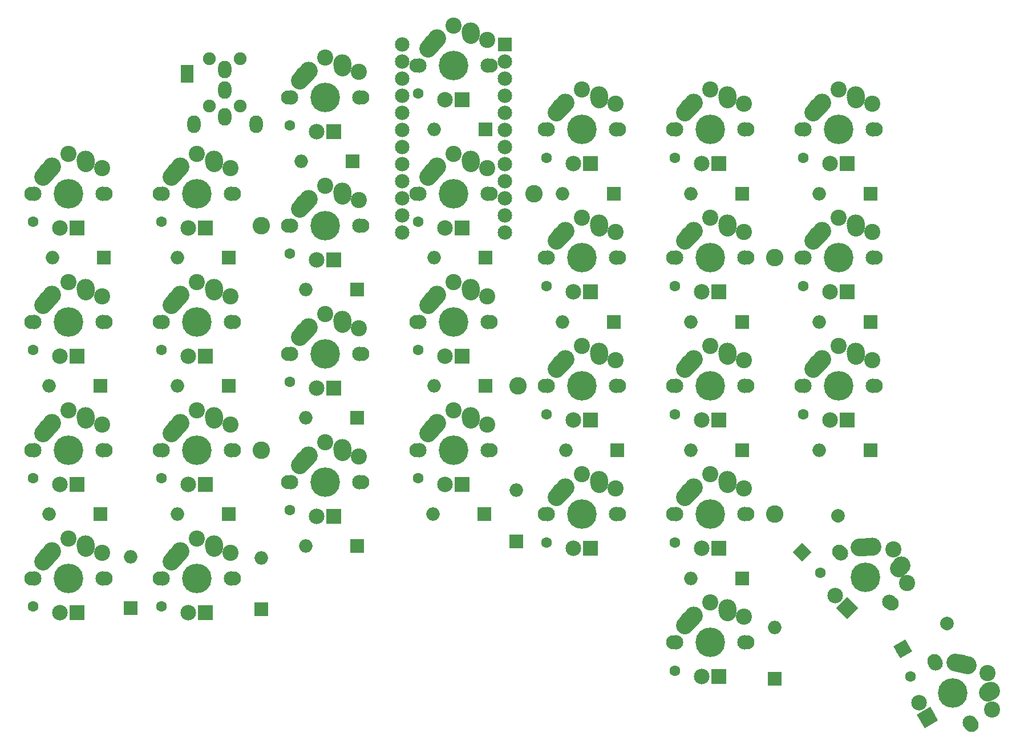
<source format=gbs>
G04 #@! TF.GenerationSoftware,KiCad,Pcbnew,(5.0.0)*
G04 #@! TF.CreationDate,2019-05-29T22:18:10-05:00*
G04 #@! TF.ProjectId,PCB,5043422E6B696361645F706362000000,rev?*
G04 #@! TF.SameCoordinates,Original*
G04 #@! TF.FileFunction,Soldermask,Bot*
G04 #@! TF.FilePolarity,Negative*
%FSLAX46Y46*%
G04 Gerber Fmt 4.6, Leading zero omitted, Abs format (unit mm)*
G04 Created by KiCad (PCBNEW (5.0.0)) date 05/29/19 22:18:10*
%MOMM*%
%LPD*%
G01*
G04 APERTURE LIST*
%ADD10C,2.650000*%
%ADD11C,2.650000*%
%ADD12C,4.387800*%
%ADD13C,2.150000*%
%ADD14C,2.400000*%
%ADD15C,2.100000*%
%ADD16C,1.600000*%
%ADD17C,2.305000*%
%ADD18R,2.305000X2.305000*%
%ADD19R,2.000000X2.000000*%
%ADD20O,2.000000X2.000000*%
%ADD21C,2.000000*%
%ADD22C,0.100000*%
%ADD23C,2.000000*%
%ADD24C,2.152600*%
%ADD25R,2.152600X2.152600*%
%ADD26O,2.000000X2.600000*%
%ADD27C,1.900000*%
%ADD28C,2.600000*%
%ADD29R,1.900000X1.400000*%
G04 APERTURE END LIST*
D10*
G04 #@! TO.C,K3*
X164444771Y-54741234D03*
D11*
X164425000Y-55031250D02*
X164464542Y-54451218D01*
D10*
X164465000Y-54451250D03*
X158769995Y-56261246D03*
D11*
X158115000Y-56991250D02*
X159424990Y-55531242D01*
D12*
X161925000Y-59531250D03*
D10*
X159425000Y-55531250D03*
D13*
X156845000Y-59531250D03*
X167005000Y-59531250D03*
D14*
X166925000Y-55731250D03*
X161925000Y-53631250D03*
D15*
X156425000Y-59531250D03*
X167425000Y-59531250D03*
D16*
X156705000Y-63731250D03*
D17*
X160655000Y-64611250D03*
D18*
X163195000Y-64611250D03*
G04 #@! TD*
G04 #@! TO.C,K2*
X144145000Y-78898750D03*
D17*
X141605000Y-78898750D03*
D16*
X137655000Y-78018750D03*
D15*
X148375000Y-73818750D03*
X137375000Y-73818750D03*
D14*
X142875000Y-67918750D03*
X147875000Y-70018750D03*
D13*
X147955000Y-73818750D03*
X137795000Y-73818750D03*
D10*
X140375000Y-69818750D03*
D12*
X142875000Y-73818750D03*
D10*
X139719995Y-70548746D03*
D11*
X139065000Y-71278750D02*
X140374990Y-69818742D01*
D10*
X145415000Y-68738750D03*
X145394771Y-69028734D03*
D11*
X145375000Y-69318750D02*
X145414542Y-68738718D01*
G04 #@! TD*
D19*
G04 #@! TO.C,D1*
X129063750Y-83343750D03*
D20*
X121443750Y-83343750D03*
G04 #@! TD*
G04 #@! TO.C,D2*
X140017500Y-83343750D03*
D19*
X147637500Y-83343750D03*
G04 #@! TD*
G04 #@! TO.C,D3*
X165998389Y-69056250D03*
D20*
X158378389Y-69056250D03*
G04 #@! TD*
G04 #@! TO.C,D4*
X178117500Y-64293750D03*
D19*
X185737500Y-64293750D03*
G04 #@! TD*
G04 #@! TO.C,D5*
X204787500Y-73818750D03*
D20*
X197167500Y-73818750D03*
G04 #@! TD*
G04 #@! TO.C,D6*
X216217500Y-73818750D03*
D19*
X223837500Y-73818750D03*
G04 #@! TD*
G04 #@! TO.C,D7*
X242887500Y-73818750D03*
D20*
X235267500Y-73818750D03*
G04 #@! TD*
G04 #@! TO.C,D8*
X120967500Y-102393750D03*
D19*
X128587500Y-102393750D03*
G04 #@! TD*
G04 #@! TO.C,D9*
X147637500Y-102393750D03*
D20*
X140017500Y-102393750D03*
G04 #@! TD*
G04 #@! TO.C,D10*
X159067500Y-88106250D03*
D19*
X166687500Y-88106250D03*
G04 #@! TD*
G04 #@! TO.C,D11*
X185737500Y-83343750D03*
D20*
X178117500Y-83343750D03*
G04 #@! TD*
G04 #@! TO.C,D12*
X197167500Y-92868750D03*
D19*
X204787500Y-92868750D03*
G04 #@! TD*
G04 #@! TO.C,D13*
X223837500Y-92868750D03*
D20*
X216217500Y-92868750D03*
G04 #@! TD*
G04 #@! TO.C,D14*
X235267500Y-92868750D03*
D19*
X242887500Y-92868750D03*
G04 #@! TD*
G04 #@! TO.C,D15*
X128587500Y-121443750D03*
D20*
X120967500Y-121443750D03*
G04 #@! TD*
G04 #@! TO.C,D16*
X140017500Y-121443750D03*
D19*
X147637500Y-121443750D03*
G04 #@! TD*
G04 #@! TO.C,D17*
X166687500Y-107156250D03*
D20*
X159067500Y-107156250D03*
G04 #@! TD*
G04 #@! TO.C,D18*
X178117500Y-102393750D03*
D19*
X185737500Y-102393750D03*
G04 #@! TD*
G04 #@! TO.C,D19*
X205263750Y-111918750D03*
D20*
X197643750Y-111918750D03*
G04 #@! TD*
G04 #@! TO.C,D20*
X216217500Y-111918750D03*
D19*
X223837500Y-111918750D03*
G04 #@! TD*
G04 #@! TO.C,D21*
X242887500Y-111918750D03*
D20*
X235267500Y-111918750D03*
G04 #@! TD*
G04 #@! TO.C,D22*
X133050000Y-127810000D03*
D19*
X133050000Y-135430000D03*
G04 #@! TD*
G04 #@! TO.C,D23*
X152420000Y-135550000D03*
D20*
X152420000Y-127930000D03*
G04 #@! TD*
D19*
G04 #@! TO.C,D24*
X166687500Y-126206250D03*
D20*
X159067500Y-126206250D03*
G04 #@! TD*
G04 #@! TO.C,D25*
X177918390Y-121443750D03*
D19*
X185538390Y-121443750D03*
G04 #@! TD*
G04 #@! TO.C,D26*
X190260000Y-125540000D03*
D20*
X190260000Y-117920000D03*
G04 #@! TD*
G04 #@! TO.C,D27*
X216217500Y-130968750D03*
D19*
X223837500Y-130968750D03*
G04 #@! TD*
D21*
G04 #@! TO.C,D28*
X232680000Y-127080000D03*
D22*
G36*
X232680000Y-128494214D02*
X231265786Y-127080000D01*
X232680000Y-125665786D01*
X234094214Y-127080000D01*
X232680000Y-128494214D01*
X232680000Y-128494214D01*
G37*
D21*
X238068154Y-121691846D03*
D23*
X238068154Y-121691846D02*
X238068154Y-121691846D01*
G04 #@! TD*
D20*
G04 #@! TO.C,D29*
X228600000Y-138280000D03*
D19*
X228600000Y-145900000D03*
G04 #@! TD*
D21*
G04 #@! TO.C,D30*
X254229114Y-137660000D03*
D23*
X254229114Y-137660000D02*
X254229114Y-137660000D01*
D21*
X247630000Y-141470000D03*
D22*
G36*
X247263975Y-142836025D02*
X246263975Y-141103975D01*
X247996025Y-140103975D01*
X248996025Y-141836025D01*
X247263975Y-142836025D01*
X247263975Y-142836025D01*
G37*
G04 #@! TD*
D18*
G04 #@! TO.C,K1*
X125095000Y-78898750D03*
D17*
X122555000Y-78898750D03*
D16*
X118605000Y-78018750D03*
D15*
X129325000Y-73818750D03*
X118325000Y-73818750D03*
D14*
X123825000Y-67918750D03*
X128825000Y-70018750D03*
D13*
X128905000Y-73818750D03*
X118745000Y-73818750D03*
D10*
X121325000Y-69818750D03*
D12*
X123825000Y-73818750D03*
D10*
X120669995Y-70548746D03*
D11*
X120015000Y-71278750D02*
X121324990Y-69818742D01*
D10*
X126365000Y-68738750D03*
X126344771Y-69028734D03*
D11*
X126325000Y-69318750D02*
X126364542Y-68738718D01*
G04 #@! TD*
D18*
G04 #@! TO.C,K4*
X182245000Y-59848750D03*
D17*
X179705000Y-59848750D03*
D16*
X175755000Y-58968750D03*
D15*
X186475000Y-54768750D03*
X175475000Y-54768750D03*
D14*
X180975000Y-48868750D03*
X185975000Y-50968750D03*
D13*
X186055000Y-54768750D03*
X175895000Y-54768750D03*
D10*
X178475000Y-50768750D03*
D12*
X180975000Y-54768750D03*
D10*
X177819995Y-51498746D03*
D11*
X177165000Y-52228750D02*
X178474990Y-50768742D01*
D10*
X183515000Y-49688750D03*
X183494771Y-49978734D03*
D11*
X183475000Y-50268750D02*
X183514542Y-49688718D01*
G04 #@! TD*
D10*
G04 #@! TO.C,K5*
X202544771Y-59503734D03*
D11*
X202525000Y-59793750D02*
X202564542Y-59213718D01*
D10*
X202565000Y-59213750D03*
X196869995Y-61023746D03*
D11*
X196215000Y-61753750D02*
X197524990Y-60293742D01*
D12*
X200025000Y-64293750D03*
D10*
X197525000Y-60293750D03*
D13*
X194945000Y-64293750D03*
X205105000Y-64293750D03*
D14*
X205025000Y-60493750D03*
X200025000Y-58393750D03*
D15*
X194525000Y-64293750D03*
X205525000Y-64293750D03*
D16*
X194805000Y-68493750D03*
D17*
X198755000Y-69373750D03*
D18*
X201295000Y-69373750D03*
G04 #@! TD*
G04 #@! TO.C,K6*
X220345000Y-69373750D03*
D17*
X217805000Y-69373750D03*
D16*
X213855000Y-68493750D03*
D15*
X224575000Y-64293750D03*
X213575000Y-64293750D03*
D14*
X219075000Y-58393750D03*
X224075000Y-60493750D03*
D13*
X224155000Y-64293750D03*
X213995000Y-64293750D03*
D10*
X216575000Y-60293750D03*
D12*
X219075000Y-64293750D03*
D10*
X215919995Y-61023746D03*
D11*
X215265000Y-61753750D02*
X216574990Y-60293742D01*
D10*
X221615000Y-59213750D03*
X221594771Y-59503734D03*
D11*
X221575000Y-59793750D02*
X221614542Y-59213718D01*
G04 #@! TD*
D10*
G04 #@! TO.C,K7*
X240644771Y-59503734D03*
D11*
X240625000Y-59793750D02*
X240664542Y-59213718D01*
D10*
X240665000Y-59213750D03*
X234969995Y-61023746D03*
D11*
X234315000Y-61753750D02*
X235624990Y-60293742D01*
D12*
X238125000Y-64293750D03*
D10*
X235625000Y-60293750D03*
D13*
X233045000Y-64293750D03*
X243205000Y-64293750D03*
D14*
X243125000Y-60493750D03*
X238125000Y-58393750D03*
D15*
X232625000Y-64293750D03*
X243625000Y-64293750D03*
D16*
X232905000Y-68493750D03*
D17*
X236855000Y-69373750D03*
D18*
X239395000Y-69373750D03*
G04 #@! TD*
D10*
G04 #@! TO.C,K8*
X126344771Y-88078734D03*
D11*
X126325000Y-88368750D02*
X126364542Y-87788718D01*
D10*
X126365000Y-87788750D03*
X120669995Y-89598746D03*
D11*
X120015000Y-90328750D02*
X121324990Y-88868742D01*
D12*
X123825000Y-92868750D03*
D10*
X121325000Y-88868750D03*
D13*
X118745000Y-92868750D03*
X128905000Y-92868750D03*
D14*
X128825000Y-89068750D03*
X123825000Y-86968750D03*
D15*
X118325000Y-92868750D03*
X129325000Y-92868750D03*
D16*
X118605000Y-97068750D03*
D17*
X122555000Y-97948750D03*
D18*
X125095000Y-97948750D03*
G04 #@! TD*
G04 #@! TO.C,K9*
X144145000Y-97948750D03*
D17*
X141605000Y-97948750D03*
D16*
X137655000Y-97068750D03*
D15*
X148375000Y-92868750D03*
X137375000Y-92868750D03*
D14*
X142875000Y-86968750D03*
X147875000Y-89068750D03*
D13*
X147955000Y-92868750D03*
X137795000Y-92868750D03*
D10*
X140375000Y-88868750D03*
D12*
X142875000Y-92868750D03*
D10*
X139719995Y-89598746D03*
D11*
X139065000Y-90328750D02*
X140374990Y-88868742D01*
D10*
X145415000Y-87788750D03*
X145394771Y-88078734D03*
D11*
X145375000Y-88368750D02*
X145414542Y-87788718D01*
G04 #@! TD*
D10*
G04 #@! TO.C,K10*
X164444771Y-73791234D03*
D11*
X164425000Y-74081250D02*
X164464542Y-73501218D01*
D10*
X164465000Y-73501250D03*
X158769995Y-75311246D03*
D11*
X158115000Y-76041250D02*
X159424990Y-74581242D01*
D12*
X161925000Y-78581250D03*
D10*
X159425000Y-74581250D03*
D13*
X156845000Y-78581250D03*
X167005000Y-78581250D03*
D14*
X166925000Y-74781250D03*
X161925000Y-72681250D03*
D15*
X156425000Y-78581250D03*
X167425000Y-78581250D03*
D16*
X156705000Y-82781250D03*
D17*
X160655000Y-83661250D03*
D18*
X163195000Y-83661250D03*
G04 #@! TD*
G04 #@! TO.C,K11*
X182245000Y-78898750D03*
D17*
X179705000Y-78898750D03*
D16*
X175755000Y-78018750D03*
D15*
X186475000Y-73818750D03*
X175475000Y-73818750D03*
D14*
X180975000Y-67918750D03*
X185975000Y-70018750D03*
D13*
X186055000Y-73818750D03*
X175895000Y-73818750D03*
D10*
X178475000Y-69818750D03*
D12*
X180975000Y-73818750D03*
D10*
X177819995Y-70548746D03*
D11*
X177165000Y-71278750D02*
X178474990Y-69818742D01*
D10*
X183515000Y-68738750D03*
X183494771Y-69028734D03*
D11*
X183475000Y-69318750D02*
X183514542Y-68738718D01*
G04 #@! TD*
D10*
G04 #@! TO.C,K12*
X202544771Y-78553734D03*
D11*
X202525000Y-78843750D02*
X202564542Y-78263718D01*
D10*
X202565000Y-78263750D03*
X196869995Y-80073746D03*
D11*
X196215000Y-80803750D02*
X197524990Y-79343742D01*
D12*
X200025000Y-83343750D03*
D10*
X197525000Y-79343750D03*
D13*
X194945000Y-83343750D03*
X205105000Y-83343750D03*
D14*
X205025000Y-79543750D03*
X200025000Y-77443750D03*
D15*
X194525000Y-83343750D03*
X205525000Y-83343750D03*
D16*
X194805000Y-87543750D03*
D17*
X198755000Y-88423750D03*
D18*
X201295000Y-88423750D03*
G04 #@! TD*
G04 #@! TO.C,K13*
X220345000Y-88423750D03*
D17*
X217805000Y-88423750D03*
D16*
X213855000Y-87543750D03*
D15*
X224575000Y-83343750D03*
X213575000Y-83343750D03*
D14*
X219075000Y-77443750D03*
X224075000Y-79543750D03*
D13*
X224155000Y-83343750D03*
X213995000Y-83343750D03*
D10*
X216575000Y-79343750D03*
D12*
X219075000Y-83343750D03*
D10*
X215919995Y-80073746D03*
D11*
X215265000Y-80803750D02*
X216574990Y-79343742D01*
D10*
X221615000Y-78263750D03*
X221594771Y-78553734D03*
D11*
X221575000Y-78843750D02*
X221614542Y-78263718D01*
G04 #@! TD*
D10*
G04 #@! TO.C,K14*
X240644771Y-78553734D03*
D11*
X240625000Y-78843750D02*
X240664542Y-78263718D01*
D10*
X240665000Y-78263750D03*
X234969995Y-80073746D03*
D11*
X234315000Y-80803750D02*
X235624990Y-79343742D01*
D12*
X238125000Y-83343750D03*
D10*
X235625000Y-79343750D03*
D13*
X233045000Y-83343750D03*
X243205000Y-83343750D03*
D14*
X243125000Y-79543750D03*
X238125000Y-77443750D03*
D15*
X232625000Y-83343750D03*
X243625000Y-83343750D03*
D16*
X232905000Y-87543750D03*
D17*
X236855000Y-88423750D03*
D18*
X239395000Y-88423750D03*
G04 #@! TD*
G04 #@! TO.C,K15*
X125095000Y-116998750D03*
D17*
X122555000Y-116998750D03*
D16*
X118605000Y-116118750D03*
D15*
X129325000Y-111918750D03*
X118325000Y-111918750D03*
D14*
X123825000Y-106018750D03*
X128825000Y-108118750D03*
D13*
X128905000Y-111918750D03*
X118745000Y-111918750D03*
D10*
X121325000Y-107918750D03*
D12*
X123825000Y-111918750D03*
D10*
X120669995Y-108648746D03*
D11*
X120015000Y-109378750D02*
X121324990Y-107918742D01*
D10*
X126365000Y-106838750D03*
X126344771Y-107128734D03*
D11*
X126325000Y-107418750D02*
X126364542Y-106838718D01*
G04 #@! TD*
D10*
G04 #@! TO.C,K16*
X145394771Y-107128734D03*
D11*
X145375000Y-107418750D02*
X145414542Y-106838718D01*
D10*
X145415000Y-106838750D03*
X139719995Y-108648746D03*
D11*
X139065000Y-109378750D02*
X140374990Y-107918742D01*
D12*
X142875000Y-111918750D03*
D10*
X140375000Y-107918750D03*
D13*
X137795000Y-111918750D03*
X147955000Y-111918750D03*
D14*
X147875000Y-108118750D03*
X142875000Y-106018750D03*
D15*
X137375000Y-111918750D03*
X148375000Y-111918750D03*
D16*
X137655000Y-116118750D03*
D17*
X141605000Y-116998750D03*
D18*
X144145000Y-116998750D03*
G04 #@! TD*
D10*
G04 #@! TO.C,K17*
X164444771Y-92841234D03*
D11*
X164425000Y-93131250D02*
X164464542Y-92551218D01*
D10*
X164465000Y-92551250D03*
X158769995Y-94361246D03*
D11*
X158115000Y-95091250D02*
X159424990Y-93631242D01*
D12*
X161925000Y-97631250D03*
D10*
X159425000Y-93631250D03*
D13*
X156845000Y-97631250D03*
X167005000Y-97631250D03*
D14*
X166925000Y-93831250D03*
X161925000Y-91731250D03*
D15*
X156425000Y-97631250D03*
X167425000Y-97631250D03*
D16*
X156705000Y-101831250D03*
D17*
X160655000Y-102711250D03*
D18*
X163195000Y-102711250D03*
G04 #@! TD*
G04 #@! TO.C,K18*
X182245000Y-97948750D03*
D17*
X179705000Y-97948750D03*
D16*
X175755000Y-97068750D03*
D15*
X186475000Y-92868750D03*
X175475000Y-92868750D03*
D14*
X180975000Y-86968750D03*
X185975000Y-89068750D03*
D13*
X186055000Y-92868750D03*
X175895000Y-92868750D03*
D10*
X178475000Y-88868750D03*
D12*
X180975000Y-92868750D03*
D10*
X177819995Y-89598746D03*
D11*
X177165000Y-90328750D02*
X178474990Y-88868742D01*
D10*
X183515000Y-87788750D03*
X183494771Y-88078734D03*
D11*
X183475000Y-88368750D02*
X183514542Y-87788718D01*
G04 #@! TD*
D10*
G04 #@! TO.C,K19*
X202544771Y-97603734D03*
D11*
X202525000Y-97893750D02*
X202564542Y-97313718D01*
D10*
X202565000Y-97313750D03*
X196869995Y-99123746D03*
D11*
X196215000Y-99853750D02*
X197524990Y-98393742D01*
D12*
X200025000Y-102393750D03*
D10*
X197525000Y-98393750D03*
D13*
X194945000Y-102393750D03*
X205105000Y-102393750D03*
D14*
X205025000Y-98593750D03*
X200025000Y-96493750D03*
D15*
X194525000Y-102393750D03*
X205525000Y-102393750D03*
D16*
X194805000Y-106593750D03*
D17*
X198755000Y-107473750D03*
D18*
X201295000Y-107473750D03*
G04 #@! TD*
G04 #@! TO.C,K20*
X220345000Y-107473750D03*
D17*
X217805000Y-107473750D03*
D16*
X213855000Y-106593750D03*
D15*
X224575000Y-102393750D03*
X213575000Y-102393750D03*
D14*
X219075000Y-96493750D03*
X224075000Y-98593750D03*
D13*
X224155000Y-102393750D03*
X213995000Y-102393750D03*
D10*
X216575000Y-98393750D03*
D12*
X219075000Y-102393750D03*
D10*
X215919995Y-99123746D03*
D11*
X215265000Y-99853750D02*
X216574990Y-98393742D01*
D10*
X221615000Y-97313750D03*
X221594771Y-97603734D03*
D11*
X221575000Y-97893750D02*
X221614542Y-97313718D01*
G04 #@! TD*
D10*
G04 #@! TO.C,K21*
X240644771Y-97603734D03*
D11*
X240625000Y-97893750D02*
X240664542Y-97313718D01*
D10*
X240665000Y-97313750D03*
X234969995Y-99123746D03*
D11*
X234315000Y-99853750D02*
X235624990Y-98393742D01*
D12*
X238125000Y-102393750D03*
D10*
X235625000Y-98393750D03*
D13*
X233045000Y-102393750D03*
X243205000Y-102393750D03*
D14*
X243125000Y-98593750D03*
X238125000Y-96493750D03*
D15*
X232625000Y-102393750D03*
X243625000Y-102393750D03*
D16*
X232905000Y-106593750D03*
D17*
X236855000Y-107473750D03*
D18*
X239395000Y-107473750D03*
G04 #@! TD*
G04 #@! TO.C,K22*
X125095000Y-136048750D03*
D17*
X122555000Y-136048750D03*
D16*
X118605000Y-135168750D03*
D15*
X129325000Y-130968750D03*
X118325000Y-130968750D03*
D14*
X123825000Y-125068750D03*
X128825000Y-127168750D03*
D13*
X128905000Y-130968750D03*
X118745000Y-130968750D03*
D10*
X121325000Y-126968750D03*
D12*
X123825000Y-130968750D03*
D10*
X120669995Y-127698746D03*
D11*
X120015000Y-128428750D02*
X121324990Y-126968742D01*
D10*
X126365000Y-125888750D03*
X126344771Y-126178734D03*
D11*
X126325000Y-126468750D02*
X126364542Y-125888718D01*
G04 #@! TD*
D10*
G04 #@! TO.C,K23*
X145394771Y-126178734D03*
D11*
X145375000Y-126468750D02*
X145414542Y-125888718D01*
D10*
X145415000Y-125888750D03*
X139719995Y-127698746D03*
D11*
X139065000Y-128428750D02*
X140374990Y-126968742D01*
D12*
X142875000Y-130968750D03*
D10*
X140375000Y-126968750D03*
D13*
X137795000Y-130968750D03*
X147955000Y-130968750D03*
D14*
X147875000Y-127168750D03*
X142875000Y-125068750D03*
D15*
X137375000Y-130968750D03*
X148375000Y-130968750D03*
D16*
X137655000Y-135168750D03*
D17*
X141605000Y-136048750D03*
D18*
X144145000Y-136048750D03*
G04 #@! TD*
G04 #@! TO.C,K24*
X163195000Y-121761250D03*
D17*
X160655000Y-121761250D03*
D16*
X156705000Y-120881250D03*
D15*
X167425000Y-116681250D03*
X156425000Y-116681250D03*
D14*
X161925000Y-110781250D03*
X166925000Y-112881250D03*
D13*
X167005000Y-116681250D03*
X156845000Y-116681250D03*
D10*
X159425000Y-112681250D03*
D12*
X161925000Y-116681250D03*
D10*
X158769995Y-113411246D03*
D11*
X158115000Y-114141250D02*
X159424990Y-112681242D01*
D10*
X164465000Y-111601250D03*
X164444771Y-111891234D03*
D11*
X164425000Y-112181250D02*
X164464542Y-111601218D01*
G04 #@! TD*
D10*
G04 #@! TO.C,K25*
X183494771Y-107128734D03*
D11*
X183475000Y-107418750D02*
X183514542Y-106838718D01*
D10*
X183515000Y-106838750D03*
X177819995Y-108648746D03*
D11*
X177165000Y-109378750D02*
X178474990Y-107918742D01*
D12*
X180975000Y-111918750D03*
D10*
X178475000Y-107918750D03*
D13*
X175895000Y-111918750D03*
X186055000Y-111918750D03*
D14*
X185975000Y-108118750D03*
X180975000Y-106018750D03*
D15*
X175475000Y-111918750D03*
X186475000Y-111918750D03*
D16*
X175755000Y-116118750D03*
D17*
X179705000Y-116998750D03*
D18*
X182245000Y-116998750D03*
G04 #@! TD*
G04 #@! TO.C,K26*
X201295000Y-126523750D03*
D17*
X198755000Y-126523750D03*
D16*
X194805000Y-125643750D03*
D15*
X205525000Y-121443750D03*
X194525000Y-121443750D03*
D14*
X200025000Y-115543750D03*
X205025000Y-117643750D03*
D13*
X205105000Y-121443750D03*
X194945000Y-121443750D03*
D10*
X197525000Y-117443750D03*
D12*
X200025000Y-121443750D03*
D10*
X196869995Y-118173746D03*
D11*
X196215000Y-118903750D02*
X197524990Y-117443742D01*
D10*
X202565000Y-116363750D03*
X202544771Y-116653734D03*
D11*
X202525000Y-116943750D02*
X202564542Y-116363718D01*
G04 #@! TD*
D10*
G04 #@! TO.C,K27*
X221594771Y-116653734D03*
D11*
X221575000Y-116943750D02*
X221614542Y-116363718D01*
D10*
X221615000Y-116363750D03*
X215919995Y-118173746D03*
D11*
X215265000Y-118903750D02*
X216574990Y-117443742D01*
D12*
X219075000Y-121443750D03*
D10*
X216575000Y-117443750D03*
D13*
X213995000Y-121443750D03*
X224155000Y-121443750D03*
D14*
X224075000Y-117643750D03*
X219075000Y-115543750D03*
D15*
X213575000Y-121443750D03*
X224575000Y-121443750D03*
D16*
X213855000Y-125643750D03*
D17*
X217805000Y-126523750D03*
D18*
X220345000Y-126523750D03*
G04 #@! TD*
D17*
G04 #@! TO.C,K28*
X239370923Y-135363878D03*
D22*
G36*
X237741042Y-135363878D02*
X239370923Y-133733997D01*
X241000804Y-135363878D01*
X239370923Y-136993759D01*
X237741042Y-135363878D01*
X237741042Y-135363878D01*
G37*
D17*
X237574872Y-133567827D03*
D16*
X235404054Y-130152501D03*
D15*
X245954087Y-134762837D03*
X238175913Y-126984663D03*
D14*
X246236930Y-126701820D03*
X248287540Y-131722278D03*
D13*
X245657102Y-134465852D03*
X238472898Y-127281648D03*
D10*
X243125660Y-126277556D03*
D12*
X242065000Y-130873750D03*
D10*
X242146317Y-126330583D03*
D11*
X241166974Y-126383622D02*
X243125660Y-126277544D01*
D10*
X247453154Y-129077699D03*
X247233800Y-129268444D03*
D11*
X247014747Y-129459536D02*
X247452853Y-129077352D01*
G04 #@! TD*
D10*
G04 #@! TO.C,K29*
X221594771Y-135703734D03*
D11*
X221575000Y-135993750D02*
X221614542Y-135413718D01*
D10*
X221615000Y-135413750D03*
X215919995Y-137223746D03*
D11*
X215265000Y-137953750D02*
X216574990Y-136493742D01*
D12*
X219075000Y-140493750D03*
D10*
X216575000Y-136493750D03*
D13*
X213995000Y-140493750D03*
X224155000Y-140493750D03*
D14*
X224075000Y-136693750D03*
X219075000Y-134593750D03*
D15*
X213575000Y-140493750D03*
X224575000Y-140493750D03*
D16*
X213855000Y-144693750D03*
D17*
X217805000Y-145573750D03*
D18*
X220345000Y-145573750D03*
G04 #@! TD*
D17*
G04 #@! TO.C,K30*
X251305591Y-151659852D03*
D22*
G36*
X249731247Y-151238008D02*
X251727435Y-150085508D01*
X252879935Y-152081696D01*
X250883747Y-153234196D01*
X249731247Y-151238008D01*
X249731247Y-151238008D01*
G37*
D17*
X250035591Y-149460148D03*
D16*
X248822693Y-145599347D03*
D15*
X257820000Y-152783140D03*
X252320000Y-143256860D03*
D14*
X260179550Y-145070000D03*
X260860897Y-150450127D03*
D13*
X257610000Y-152419409D03*
X252530000Y-143620591D03*
D10*
X257284102Y-143854936D03*
D12*
X255070000Y-148020000D03*
D10*
X256324405Y-143652684D03*
D11*
X255364705Y-143450443D02*
X257284105Y-143854925D01*
D10*
X260739409Y-147679705D03*
X260478161Y-147807179D03*
D11*
X260217114Y-147935064D02*
X260739208Y-147679294D01*
G04 #@! TD*
D24*
G04 #@! TO.C,U1*
X173330000Y-51700000D03*
X188570000Y-79640000D03*
X173330000Y-54240000D03*
X173330000Y-56780000D03*
X173330000Y-59320000D03*
X173330000Y-61860000D03*
X173330000Y-64400000D03*
X173330000Y-66940000D03*
X173330000Y-69480000D03*
X173330000Y-72020000D03*
X173330000Y-74560000D03*
X173330000Y-77100000D03*
X173330000Y-79640000D03*
X188570000Y-77100000D03*
X188570000Y-74560000D03*
X188570000Y-72020000D03*
X188570000Y-69480000D03*
X188570000Y-66940000D03*
X188570000Y-64400000D03*
X188570000Y-61860000D03*
X188570000Y-59320000D03*
X188570000Y-56780000D03*
X188570000Y-54240000D03*
D25*
X188570000Y-51700000D03*
G04 #@! TD*
D26*
G04 #@! TO.C,REF\002A\002A*
X147030000Y-58410000D03*
D27*
X144730000Y-53810000D03*
X144730000Y-60810000D03*
D26*
X147030000Y-55410000D03*
X147030000Y-62410000D03*
X142430000Y-63510000D03*
X151630000Y-63510000D03*
D27*
X149330000Y-53810000D03*
X149330000Y-60810000D03*
G04 #@! TD*
D28*
G04 #@! TO.C,*
X152400000Y-111918750D03*
G04 #@! TD*
G04 #@! TO.C,*
X152400000Y-78581250D03*
G04 #@! TD*
G04 #@! TO.C,*
X190500000Y-102393750D03*
G04 #@! TD*
G04 #@! TO.C,*
X228600000Y-83343750D03*
G04 #@! TD*
G04 #@! TO.C,*
X228600000Y-121443750D03*
G04 #@! TD*
G04 #@! TO.C,*
X192881250Y-73818750D03*
G04 #@! TD*
D29*
G04 #@! TO.C,JP1*
X141450000Y-56690000D03*
X141450000Y-55390000D03*
G04 #@! TD*
M02*

</source>
